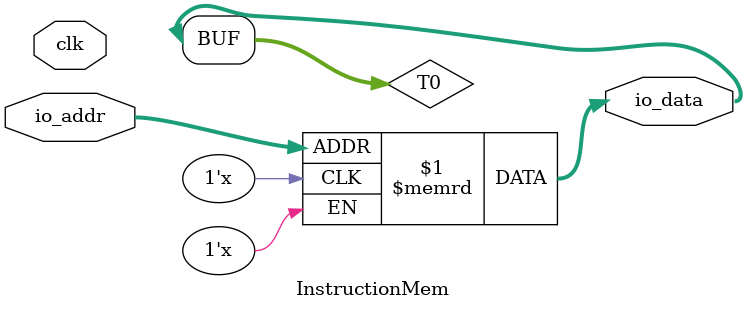
<source format=v>
module InstructionMem(input clk,
    input [9:0] io_addr,
    output[31:0] io_data
);

  wire[31:0] T0;
  reg [31:0] mem [1023:0];

`ifndef SYNTHESIS
// synthesis translate_off
  integer initvar;
  initial begin
    #0.002;
    for (initvar = 0; initvar < 1024; initvar = initvar+1)
      mem[initvar] = {1{$random}};
  end
// synthesis translate_on
`endif

  assign io_data = T0;
  assign T0 = mem[io_addr];
endmodule


</source>
